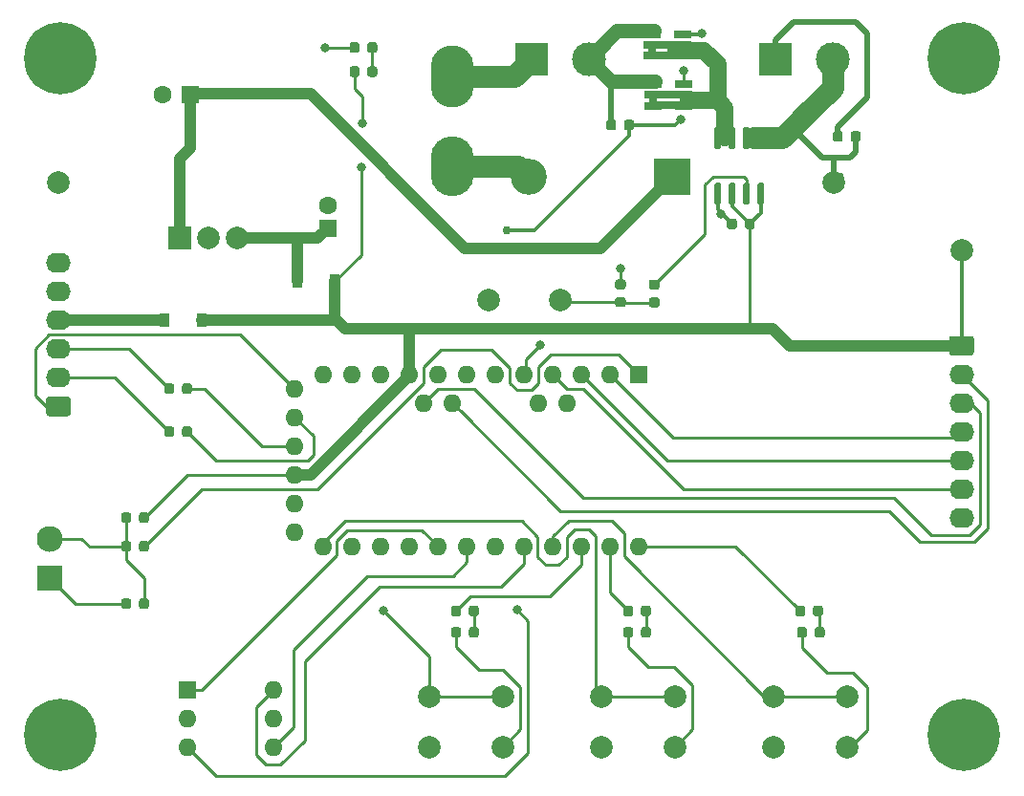
<source format=gbr>
%TF.GenerationSoftware,KiCad,Pcbnew,(5.1.6)-1*%
%TF.CreationDate,2020-09-05T08:23:18-07:00*%
%TF.ProjectId,pulser,70756c73-6572-42e6-9b69-6361645f7063,rev?*%
%TF.SameCoordinates,Original*%
%TF.FileFunction,Copper,L1,Top*%
%TF.FilePolarity,Positive*%
%FSLAX46Y46*%
G04 Gerber Fmt 4.6, Leading zero omitted, Abs format (unit mm)*
G04 Created by KiCad (PCBNEW (5.1.6)-1) date 2020-09-05 08:23:18*
%MOMM*%
%LPD*%
G01*
G04 APERTURE LIST*
%TA.AperFunction,ComponentPad*%
%ADD10O,3.800000X5.500000*%
%TD*%
%TA.AperFunction,ComponentPad*%
%ADD11O,3.800000X5.300000*%
%TD*%
%TA.AperFunction,ComponentPad*%
%ADD12R,3.000000X3.000000*%
%TD*%
%TA.AperFunction,ComponentPad*%
%ADD13C,3.000000*%
%TD*%
%TA.AperFunction,ComponentPad*%
%ADD14R,1.600000X1.600000*%
%TD*%
%TA.AperFunction,ComponentPad*%
%ADD15C,1.600000*%
%TD*%
%TA.AperFunction,ComponentPad*%
%ADD16C,6.400000*%
%TD*%
%TA.AperFunction,ComponentPad*%
%ADD17O,1.600000X1.600000*%
%TD*%
%TA.AperFunction,ComponentPad*%
%ADD18C,2.000000*%
%TD*%
%TA.AperFunction,ComponentPad*%
%ADD19R,2.000000X2.000000*%
%TD*%
%TA.AperFunction,ComponentPad*%
%ADD20O,3.200000X3.200000*%
%TD*%
%TA.AperFunction,ComponentPad*%
%ADD21R,3.200000X3.200000*%
%TD*%
%TA.AperFunction,ComponentPad*%
%ADD22O,2.190000X1.740000*%
%TD*%
%TA.AperFunction,ComponentPad*%
%ADD23C,2.300000*%
%TD*%
%TA.AperFunction,ComponentPad*%
%ADD24R,2.300000X2.300000*%
%TD*%
%TA.AperFunction,SMDPad,CuDef*%
%ADD25R,1.560000X0.650000*%
%TD*%
%TA.AperFunction,SMDPad,CuDef*%
%ADD26R,0.900000X1.200000*%
%TD*%
%TA.AperFunction,ViaPad*%
%ADD27C,0.762000*%
%TD*%
%TA.AperFunction,ViaPad*%
%ADD28C,0.800000*%
%TD*%
%TA.AperFunction,Conductor*%
%ADD29C,0.250000*%
%TD*%
%TA.AperFunction,Conductor*%
%ADD30C,0.228600*%
%TD*%
%TA.AperFunction,Conductor*%
%ADD31C,0.304800*%
%TD*%
%TA.AperFunction,Conductor*%
%ADD32C,1.270000*%
%TD*%
%TA.AperFunction,Conductor*%
%ADD33C,0.508000*%
%TD*%
%TA.AperFunction,Conductor*%
%ADD34C,0.812800*%
%TD*%
%TA.AperFunction,Conductor*%
%ADD35C,1.016000*%
%TD*%
%TA.AperFunction,Conductor*%
%ADD36C,0.711200*%
%TD*%
%TA.AperFunction,Conductor*%
%ADD37C,1.524000*%
%TD*%
%TA.AperFunction,Conductor*%
%ADD38C,1.905000*%
%TD*%
G04 APERTURE END LIST*
D10*
%TO.P,F1,1*%
%TO.N,Net-(F1-Pad1)*%
X99695000Y-86615000D03*
D11*
%TO.P,F1,2*%
%TO.N,Net-(D1-Pad2)*%
X99695000Y-94615000D03*
%TD*%
D12*
%TO.P,J2,1*%
%TO.N,Net-(F1-Pad1)*%
X106680000Y-85090000D03*
D13*
%TO.P,J2,2*%
%TO.N,GND*%
X111760000Y-85090000D03*
%TD*%
D12*
%TO.P,J4,1*%
%TO.N,/+24V*%
X128270000Y-85090000D03*
D13*
%TO.P,J4,2*%
%TO.N,Net-(J4-Pad2)*%
X133350000Y-85090000D03*
%TD*%
%TO.P,R11,2*%
%TO.N,/+24V*%
%TA.AperFunction,SMDPad,CuDef*%
G36*
G01*
X134270000Y-91691750D02*
X134270000Y-92204250D01*
G75*
G02*
X134051250Y-92423000I-218750J0D01*
G01*
X133613750Y-92423000D01*
G75*
G02*
X133395000Y-92204250I0J218750D01*
G01*
X133395000Y-91691750D01*
G75*
G02*
X133613750Y-91473000I218750J0D01*
G01*
X134051250Y-91473000D01*
G75*
G02*
X134270000Y-91691750I0J-218750D01*
G01*
G37*
%TD.AperFunction*%
%TO.P,R11,1*%
%TO.N,Net-(J4-Pad2)*%
%TA.AperFunction,SMDPad,CuDef*%
G36*
G01*
X135845000Y-91691750D02*
X135845000Y-92204250D01*
G75*
G02*
X135626250Y-92423000I-218750J0D01*
G01*
X135188750Y-92423000D01*
G75*
G02*
X134970000Y-92204250I0J218750D01*
G01*
X134970000Y-91691750D01*
G75*
G02*
X135188750Y-91473000I218750J0D01*
G01*
X135626250Y-91473000D01*
G75*
G02*
X135845000Y-91691750I0J-218750D01*
G01*
G37*
%TD.AperFunction*%
%TD*%
D14*
%TO.P,C3,1*%
%TO.N,/REG_5V*%
X88646000Y-100076000D03*
D15*
%TO.P,C3,2*%
%TO.N,GND*%
X88646000Y-98076000D03*
%TD*%
D14*
%TO.P,C2,1*%
%TO.N,/+24V*%
X76530200Y-88239600D03*
D15*
%TO.P,C2,2*%
%TO.N,GND*%
X74030200Y-88239600D03*
%TD*%
D16*
%TO.P,H4,1*%
%TO.N,N/C*%
X65000000Y-85000000D03*
%TD*%
%TO.P,H3,1*%
%TO.N,N/C*%
X145000000Y-85000000D03*
%TD*%
%TO.P,H2,1*%
%TO.N,N/C*%
X145000000Y-145000000D03*
%TD*%
%TO.P,H1,1*%
%TO.N,N/C*%
X65000000Y-145000000D03*
%TD*%
D17*
%TO.P,U2,8B*%
%TO.N,/A5*%
X97155000Y-115570000D03*
%TO.P,U2,7B*%
%TO.N,/A4*%
X99695000Y-115570000D03*
%TO.P,U2,4B*%
%TO.N,N/C*%
X107315000Y-115570000D03*
%TO.P,U2,3B*%
X109855000Y-115570000D03*
%TO.P,U2,16*%
%TO.N,+5V*%
X85725000Y-121920000D03*
%TO.P,U2,15*%
%TO.N,Net-(R4-Pad1)*%
X85725000Y-119380000D03*
%TO.P,U2,30*%
%TO.N,/LED3*%
X116205000Y-128270000D03*
%TO.P,U2,14*%
%TO.N,Net-(R5-Pad1)*%
X85725000Y-116840000D03*
%TO.P,U2,29*%
%TO.N,/LED2*%
X113665000Y-128270000D03*
%TO.P,U2,13*%
%TO.N,Net-(J3-Pad1)*%
X85725000Y-114300000D03*
%TO.P,U2,28*%
%TO.N,/LED1*%
X111125000Y-128270000D03*
%TO.P,U2,12*%
%TO.N,N/C*%
X88265000Y-113030000D03*
%TO.P,U2,27*%
%TO.N,/SW3*%
X108585000Y-128270000D03*
%TO.P,U2,11*%
%TO.N,GND*%
X90805000Y-113030000D03*
%TO.P,U2,26*%
%TO.N,/ROT8*%
X106045000Y-128270000D03*
%TO.P,U2,10*%
%TO.N,N/C*%
X93345000Y-113030000D03*
%TO.P,U2,25*%
%TO.N,/ROT4*%
X103505000Y-128270000D03*
%TO.P,U2,9*%
%TO.N,+5V*%
X95885000Y-113030000D03*
%TO.P,U2,24*%
%TO.N,/ROT2*%
X100965000Y-128270000D03*
%TO.P,U2,8*%
%TO.N,N/C*%
X98425000Y-113030000D03*
%TO.P,U2,23*%
%TO.N,/ROT1*%
X98425000Y-128270000D03*
%TO.P,U2,7*%
%TO.N,/GATE*%
X100965000Y-113030000D03*
%TO.P,U2,22*%
%TO.N,GND*%
X95885000Y-128270000D03*
%TO.P,U2,6*%
%TO.N,N/C*%
X103505000Y-113030000D03*
%TO.P,U2,21*%
X93345000Y-128270000D03*
%TO.P,U2,5*%
%TO.N,/SENSE*%
X106045000Y-113030000D03*
%TO.P,U2,20*%
%TO.N,/SW1*%
X90805000Y-128270000D03*
%TO.P,U2,4*%
%TO.N,/D13*%
X108585000Y-113030000D03*
%TO.P,U2,19*%
%TO.N,/SW2*%
X88265000Y-128270000D03*
%TO.P,U2,3*%
%TO.N,/D12*%
X111125000Y-113030000D03*
%TO.P,U2,18*%
%TO.N,GND*%
X85725000Y-127000000D03*
%TO.P,U2,2*%
%TO.N,/D11*%
X113665000Y-113030000D03*
%TO.P,U2,17*%
%TO.N,GND*%
X85725000Y-124460000D03*
D14*
%TO.P,U2,1*%
%TO.N,/REMOTE*%
X116205000Y-113030000D03*
%TD*%
D18*
%TO.P,U1,3*%
%TO.N,/REG_5V*%
X80645000Y-100965000D03*
%TO.P,U1,2*%
%TO.N,GND*%
X78105000Y-100965000D03*
D19*
%TO.P,U1,1*%
%TO.N,/+24V*%
X75565000Y-100965000D03*
%TD*%
D20*
%TO.P,D1,2*%
%TO.N,Net-(D1-Pad2)*%
X106426000Y-95504000D03*
D21*
%TO.P,D1,1*%
%TO.N,/+24V*%
X119126000Y-95504000D03*
%TD*%
%TO.P,U3,8*%
%TO.N,+5V*%
%TA.AperFunction,SMDPad,CuDef*%
G36*
G01*
X126850000Y-96050000D02*
X127150000Y-96050000D01*
G75*
G02*
X127300000Y-96200000I0J-150000D01*
G01*
X127300000Y-97850000D01*
G75*
G02*
X127150000Y-98000000I-150000J0D01*
G01*
X126850000Y-98000000D01*
G75*
G02*
X126700000Y-97850000I0J150000D01*
G01*
X126700000Y-96200000D01*
G75*
G02*
X126850000Y-96050000I150000J0D01*
G01*
G37*
%TD.AperFunction*%
%TO.P,U3,7*%
%TO.N,Net-(R10-Pad2)*%
%TA.AperFunction,SMDPad,CuDef*%
G36*
G01*
X125580000Y-96050000D02*
X125880000Y-96050000D01*
G75*
G02*
X126030000Y-96200000I0J-150000D01*
G01*
X126030000Y-97850000D01*
G75*
G02*
X125880000Y-98000000I-150000J0D01*
G01*
X125580000Y-98000000D01*
G75*
G02*
X125430000Y-97850000I0J150000D01*
G01*
X125430000Y-96200000D01*
G75*
G02*
X125580000Y-96050000I150000J0D01*
G01*
G37*
%TD.AperFunction*%
%TO.P,U3,6*%
%TO.N,+5V*%
%TA.AperFunction,SMDPad,CuDef*%
G36*
G01*
X124310000Y-96050000D02*
X124610000Y-96050000D01*
G75*
G02*
X124760000Y-96200000I0J-150000D01*
G01*
X124760000Y-97850000D01*
G75*
G02*
X124610000Y-98000000I-150000J0D01*
G01*
X124310000Y-98000000D01*
G75*
G02*
X124160000Y-97850000I0J150000D01*
G01*
X124160000Y-96200000D01*
G75*
G02*
X124310000Y-96050000I150000J0D01*
G01*
G37*
%TD.AperFunction*%
%TO.P,U3,5*%
%TO.N,GND*%
%TA.AperFunction,SMDPad,CuDef*%
G36*
G01*
X123040000Y-96050000D02*
X123340000Y-96050000D01*
G75*
G02*
X123490000Y-96200000I0J-150000D01*
G01*
X123490000Y-97850000D01*
G75*
G02*
X123340000Y-98000000I-150000J0D01*
G01*
X123040000Y-98000000D01*
G75*
G02*
X122890000Y-97850000I0J150000D01*
G01*
X122890000Y-96200000D01*
G75*
G02*
X123040000Y-96050000I150000J0D01*
G01*
G37*
%TD.AperFunction*%
%TO.P,U3,4*%
%TO.N,Net-(Q1-Pad1)*%
%TA.AperFunction,SMDPad,CuDef*%
G36*
G01*
X123040000Y-91100000D02*
X123340000Y-91100000D01*
G75*
G02*
X123490000Y-91250000I0J-150000D01*
G01*
X123490000Y-92900000D01*
G75*
G02*
X123340000Y-93050000I-150000J0D01*
G01*
X123040000Y-93050000D01*
G75*
G02*
X122890000Y-92900000I0J150000D01*
G01*
X122890000Y-91250000D01*
G75*
G02*
X123040000Y-91100000I150000J0D01*
G01*
G37*
%TD.AperFunction*%
%TO.P,U3,3*%
%TA.AperFunction,SMDPad,CuDef*%
G36*
G01*
X124310000Y-91100000D02*
X124610000Y-91100000D01*
G75*
G02*
X124760000Y-91250000I0J-150000D01*
G01*
X124760000Y-92900000D01*
G75*
G02*
X124610000Y-93050000I-150000J0D01*
G01*
X124310000Y-93050000D01*
G75*
G02*
X124160000Y-92900000I0J150000D01*
G01*
X124160000Y-91250000D01*
G75*
G02*
X124310000Y-91100000I150000J0D01*
G01*
G37*
%TD.AperFunction*%
%TO.P,U3,2*%
%TO.N,Net-(J4-Pad2)*%
%TA.AperFunction,SMDPad,CuDef*%
G36*
G01*
X125580000Y-91100000D02*
X125880000Y-91100000D01*
G75*
G02*
X126030000Y-91250000I0J-150000D01*
G01*
X126030000Y-92900000D01*
G75*
G02*
X125880000Y-93050000I-150000J0D01*
G01*
X125580000Y-93050000D01*
G75*
G02*
X125430000Y-92900000I0J150000D01*
G01*
X125430000Y-91250000D01*
G75*
G02*
X125580000Y-91100000I150000J0D01*
G01*
G37*
%TD.AperFunction*%
%TO.P,U3,1*%
%TA.AperFunction,SMDPad,CuDef*%
G36*
G01*
X126850000Y-91100000D02*
X127150000Y-91100000D01*
G75*
G02*
X127300000Y-91250000I0J-150000D01*
G01*
X127300000Y-92900000D01*
G75*
G02*
X127150000Y-93050000I-150000J0D01*
G01*
X126850000Y-93050000D01*
G75*
G02*
X126700000Y-92900000I0J150000D01*
G01*
X126700000Y-91250000D01*
G75*
G02*
X126850000Y-91100000I150000J0D01*
G01*
G37*
%TD.AperFunction*%
%TD*%
D22*
%TO.P,J3,6*%
%TO.N,GND*%
X64810000Y-103160000D03*
%TO.P,J3,5*%
%TO.N,N/C*%
X64810000Y-105700000D03*
%TO.P,J3,4*%
%TO.N,Net-(D3-Pad2)*%
X64810000Y-108240000D03*
%TO.P,J3,3*%
%TO.N,Net-(J3-Pad3)*%
X64810000Y-110780000D03*
%TO.P,J3,2*%
%TO.N,Net-(J3-Pad2)*%
X64810000Y-113320000D03*
%TO.P,J3,1*%
%TO.N,Net-(J3-Pad1)*%
%TA.AperFunction,ComponentPad*%
G36*
G01*
X65655001Y-116730000D02*
X63964999Y-116730000D01*
G75*
G02*
X63715000Y-116480001I0J249999D01*
G01*
X63715000Y-115239999D01*
G75*
G02*
X63964999Y-114990000I249999J0D01*
G01*
X65655001Y-114990000D01*
G75*
G02*
X65905000Y-115239999I0J-249999D01*
G01*
X65905000Y-116480001D01*
G75*
G02*
X65655001Y-116730000I-249999J0D01*
G01*
G37*
%TD.AperFunction*%
%TD*%
D23*
%TO.P,J1,2*%
%TO.N,Net-(C1-Pad2)*%
X64050000Y-127580000D03*
D24*
%TO.P,J1,1*%
%TO.N,GND*%
X64050000Y-131080000D03*
%TD*%
%TO.P,C4,2*%
%TO.N,GND*%
%TA.AperFunction,SMDPad,CuDef*%
G36*
G01*
X124897500Y-99438750D02*
X124897500Y-99951250D01*
G75*
G02*
X124678750Y-100170000I-218750J0D01*
G01*
X124241250Y-100170000D01*
G75*
G02*
X124022500Y-99951250I0J218750D01*
G01*
X124022500Y-99438750D01*
G75*
G02*
X124241250Y-99220000I218750J0D01*
G01*
X124678750Y-99220000D01*
G75*
G02*
X124897500Y-99438750I0J-218750D01*
G01*
G37*
%TD.AperFunction*%
%TO.P,C4,1*%
%TO.N,+5V*%
%TA.AperFunction,SMDPad,CuDef*%
G36*
G01*
X126472500Y-99438750D02*
X126472500Y-99951250D01*
G75*
G02*
X126253750Y-100170000I-218750J0D01*
G01*
X125816250Y-100170000D01*
G75*
G02*
X125597500Y-99951250I0J218750D01*
G01*
X125597500Y-99438750D01*
G75*
G02*
X125816250Y-99220000I218750J0D01*
G01*
X126253750Y-99220000D01*
G75*
G02*
X126472500Y-99438750I0J-218750D01*
G01*
G37*
%TD.AperFunction*%
%TD*%
%TO.P,C1,2*%
%TO.N,Net-(C1-Pad2)*%
%TA.AperFunction,SMDPad,CuDef*%
G36*
G01*
X71952500Y-133606250D02*
X71952500Y-133093750D01*
G75*
G02*
X72171250Y-132875000I218750J0D01*
G01*
X72608750Y-132875000D01*
G75*
G02*
X72827500Y-133093750I0J-218750D01*
G01*
X72827500Y-133606250D01*
G75*
G02*
X72608750Y-133825000I-218750J0D01*
G01*
X72171250Y-133825000D01*
G75*
G02*
X71952500Y-133606250I0J218750D01*
G01*
G37*
%TD.AperFunction*%
%TO.P,C1,1*%
%TO.N,GND*%
%TA.AperFunction,SMDPad,CuDef*%
G36*
G01*
X70377500Y-133606250D02*
X70377500Y-133093750D01*
G75*
G02*
X70596250Y-132875000I218750J0D01*
G01*
X71033750Y-132875000D01*
G75*
G02*
X71252500Y-133093750I0J-218750D01*
G01*
X71252500Y-133606250D01*
G75*
G02*
X71033750Y-133825000I-218750J0D01*
G01*
X70596250Y-133825000D01*
G75*
G02*
X70377500Y-133606250I0J218750D01*
G01*
G37*
%TD.AperFunction*%
%TD*%
D22*
%TO.P,J5,7*%
%TO.N,GND*%
X144780000Y-125730000D03*
%TO.P,J5,6*%
%TO.N,/D13*%
X144780000Y-123190000D03*
%TO.P,J5,5*%
%TO.N,/D12*%
X144780000Y-120650000D03*
%TO.P,J5,4*%
%TO.N,/D11*%
X144780000Y-118110000D03*
%TO.P,J5,3*%
%TO.N,/A5*%
X144780000Y-115570000D03*
%TO.P,J5,2*%
%TO.N,/A4*%
X144780000Y-113030000D03*
%TO.P,J5,1*%
%TO.N,+5V*%
%TA.AperFunction,ComponentPad*%
G36*
G01*
X143934999Y-109620000D02*
X145625001Y-109620000D01*
G75*
G02*
X145875000Y-109869999I0J-249999D01*
G01*
X145875000Y-111110001D01*
G75*
G02*
X145625001Y-111360000I-249999J0D01*
G01*
X143934999Y-111360000D01*
G75*
G02*
X143685000Y-111110001I0J249999D01*
G01*
X143685000Y-109869999D01*
G75*
G02*
X143934999Y-109620000I249999J0D01*
G01*
G37*
%TD.AperFunction*%
%TD*%
D18*
%TO.P,SW3,1*%
%TO.N,GND*%
X128120000Y-146050000D03*
%TO.P,SW3,2*%
%TO.N,/SW3*%
X128120000Y-141550000D03*
%TO.P,SW3,1*%
%TO.N,GND*%
X134620000Y-146050000D03*
%TO.P,SW3,2*%
%TO.N,/SW3*%
X134620000Y-141550000D03*
%TD*%
%TO.P,SW2,1*%
%TO.N,GND*%
X112880000Y-146050000D03*
%TO.P,SW2,2*%
%TO.N,/SW2*%
X112880000Y-141550000D03*
%TO.P,SW2,1*%
%TO.N,GND*%
X119380000Y-146050000D03*
%TO.P,SW2,2*%
%TO.N,/SW2*%
X119380000Y-141550000D03*
%TD*%
%TO.P,SW1,1*%
%TO.N,GND*%
X97640000Y-146050000D03*
%TO.P,SW1,2*%
%TO.N,/SW1*%
X97640000Y-141550000D03*
%TO.P,SW1,1*%
%TO.N,GND*%
X104140000Y-146050000D03*
%TO.P,SW1,2*%
%TO.N,/SW1*%
X104140000Y-141550000D03*
%TD*%
D17*
%TO.P,SW4,2*%
%TO.N,/ROT2*%
X83820000Y-146050000D03*
%TO.P,SW4,C*%
%TO.N,GND*%
X83820000Y-143510000D03*
%TO.P,SW4,8*%
%TO.N,/ROT8*%
X83820000Y-140970000D03*
%TO.P,SW4,4*%
%TO.N,/ROT4*%
X76200000Y-146050000D03*
%TO.P,SW4,C*%
%TO.N,GND*%
X76200000Y-143510000D03*
D14*
%TO.P,SW4,1*%
%TO.N,/ROT1*%
X76200000Y-140970000D03*
%TD*%
%TO.P,R10,2*%
%TO.N,Net-(R10-Pad2)*%
%TA.AperFunction,SMDPad,CuDef*%
G36*
G01*
X117832850Y-105517300D02*
X117320350Y-105517300D01*
G75*
G02*
X117101600Y-105298550I0J218750D01*
G01*
X117101600Y-104861050D01*
G75*
G02*
X117320350Y-104642300I218750J0D01*
G01*
X117832850Y-104642300D01*
G75*
G02*
X118051600Y-104861050I0J-218750D01*
G01*
X118051600Y-105298550D01*
G75*
G02*
X117832850Y-105517300I-218750J0D01*
G01*
G37*
%TD.AperFunction*%
%TO.P,R10,1*%
%TO.N,/SENSE*%
%TA.AperFunction,SMDPad,CuDef*%
G36*
G01*
X117832850Y-107092300D02*
X117320350Y-107092300D01*
G75*
G02*
X117101600Y-106873550I0J218750D01*
G01*
X117101600Y-106436050D01*
G75*
G02*
X117320350Y-106217300I218750J0D01*
G01*
X117832850Y-106217300D01*
G75*
G02*
X118051600Y-106436050I0J-218750D01*
G01*
X118051600Y-106873550D01*
G75*
G02*
X117832850Y-107092300I-218750J0D01*
G01*
G37*
%TD.AperFunction*%
%TD*%
%TO.P,R9,2*%
%TO.N,/GATE*%
%TA.AperFunction,SMDPad,CuDef*%
G36*
G01*
X114904000Y-91188250D02*
X114904000Y-90675750D01*
G75*
G02*
X115122750Y-90457000I218750J0D01*
G01*
X115560250Y-90457000D01*
G75*
G02*
X115779000Y-90675750I0J-218750D01*
G01*
X115779000Y-91188250D01*
G75*
G02*
X115560250Y-91407000I-218750J0D01*
G01*
X115122750Y-91407000D01*
G75*
G02*
X114904000Y-91188250I0J218750D01*
G01*
G37*
%TD.AperFunction*%
%TO.P,R9,1*%
%TO.N,GND*%
%TA.AperFunction,SMDPad,CuDef*%
G36*
G01*
X113329000Y-91188250D02*
X113329000Y-90675750D01*
G75*
G02*
X113547750Y-90457000I218750J0D01*
G01*
X113985250Y-90457000D01*
G75*
G02*
X114204000Y-90675750I0J-218750D01*
G01*
X114204000Y-91188250D01*
G75*
G02*
X113985250Y-91407000I-218750J0D01*
G01*
X113547750Y-91407000D01*
G75*
G02*
X113329000Y-91188250I0J218750D01*
G01*
G37*
%TD.AperFunction*%
%TD*%
%TO.P,R8,2*%
%TO.N,Net-(D7-Pad2)*%
%TA.AperFunction,SMDPad,CuDef*%
G36*
G01*
X92171000Y-86463850D02*
X92171000Y-85951350D01*
G75*
G02*
X92389750Y-85732600I218750J0D01*
G01*
X92827250Y-85732600D01*
G75*
G02*
X93046000Y-85951350I0J-218750D01*
G01*
X93046000Y-86463850D01*
G75*
G02*
X92827250Y-86682600I-218750J0D01*
G01*
X92389750Y-86682600D01*
G75*
G02*
X92171000Y-86463850I0J218750D01*
G01*
G37*
%TD.AperFunction*%
%TO.P,R8,1*%
%TO.N,+5V*%
%TA.AperFunction,SMDPad,CuDef*%
G36*
G01*
X90596000Y-86463850D02*
X90596000Y-85951350D01*
G75*
G02*
X90814750Y-85732600I218750J0D01*
G01*
X91252250Y-85732600D01*
G75*
G02*
X91471000Y-85951350I0J-218750D01*
G01*
X91471000Y-86463850D01*
G75*
G02*
X91252250Y-86682600I-218750J0D01*
G01*
X90814750Y-86682600D01*
G75*
G02*
X90596000Y-86463850I0J218750D01*
G01*
G37*
%TD.AperFunction*%
%TD*%
D25*
%TO.P,Q2,5*%
%TO.N,Net-(Q1-Pad1)*%
X117475000Y-88265000D03*
%TO.P,Q2,6*%
X117475000Y-89215000D03*
%TO.P,Q2,4*%
%TO.N,GND*%
X117475000Y-87315000D03*
%TO.P,Q2,3*%
%TO.N,/GATE*%
X120175000Y-87315000D03*
%TO.P,Q2,2*%
%TO.N,Net-(Q1-Pad1)*%
X120175000Y-88265000D03*
%TO.P,Q2,1*%
X120175000Y-89215000D03*
%TD*%
%TO.P,D7,2*%
%TO.N,Net-(D7-Pad2)*%
%TA.AperFunction,SMDPad,CuDef*%
G36*
G01*
X92171000Y-84330250D02*
X92171000Y-83817750D01*
G75*
G02*
X92389750Y-83599000I218750J0D01*
G01*
X92827250Y-83599000D01*
G75*
G02*
X93046000Y-83817750I0J-218750D01*
G01*
X93046000Y-84330250D01*
G75*
G02*
X92827250Y-84549000I-218750J0D01*
G01*
X92389750Y-84549000D01*
G75*
G02*
X92171000Y-84330250I0J218750D01*
G01*
G37*
%TD.AperFunction*%
%TO.P,D7,1*%
%TO.N,GND*%
%TA.AperFunction,SMDPad,CuDef*%
G36*
G01*
X90596000Y-84330250D02*
X90596000Y-83817750D01*
G75*
G02*
X90814750Y-83599000I218750J0D01*
G01*
X91252250Y-83599000D01*
G75*
G02*
X91471000Y-83817750I0J-218750D01*
G01*
X91471000Y-84330250D01*
G75*
G02*
X91252250Y-84549000I-218750J0D01*
G01*
X90814750Y-84549000D01*
G75*
G02*
X90596000Y-84330250I0J218750D01*
G01*
G37*
%TD.AperFunction*%
%TD*%
D18*
%TO.P,TP5,1*%
%TO.N,Net-(J4-Pad2)*%
X133477000Y-96012000D03*
%TD*%
D25*
%TO.P,Q1,5*%
%TO.N,Net-(Q1-Pad1)*%
X117395000Y-83820000D03*
%TO.P,Q1,6*%
X117395000Y-84770000D03*
%TO.P,Q1,4*%
%TO.N,GND*%
X117395000Y-82870000D03*
%TO.P,Q1,3*%
%TO.N,/GATE*%
X120095000Y-82870000D03*
%TO.P,Q1,2*%
%TO.N,Net-(Q1-Pad1)*%
X120095000Y-83820000D03*
%TO.P,Q1,1*%
X120095000Y-84770000D03*
%TD*%
D18*
%TO.P,TP4,1*%
%TO.N,/GATE*%
X102870000Y-106426000D03*
%TD*%
%TO.P,TP2,1*%
%TO.N,+5V*%
X144856200Y-102031800D03*
%TD*%
%TO.P,TP1,1*%
%TO.N,GND*%
X64770000Y-96012000D03*
%TD*%
%TO.P,R6,2*%
%TO.N,Net-(D4-Pad2)*%
%TA.AperFunction,SMDPad,CuDef*%
G36*
G01*
X116402500Y-134241250D02*
X116402500Y-133728750D01*
G75*
G02*
X116621250Y-133510000I218750J0D01*
G01*
X117058750Y-133510000D01*
G75*
G02*
X117277500Y-133728750I0J-218750D01*
G01*
X117277500Y-134241250D01*
G75*
G02*
X117058750Y-134460000I-218750J0D01*
G01*
X116621250Y-134460000D01*
G75*
G02*
X116402500Y-134241250I0J218750D01*
G01*
G37*
%TD.AperFunction*%
%TO.P,R6,1*%
%TO.N,/LED2*%
%TA.AperFunction,SMDPad,CuDef*%
G36*
G01*
X114827500Y-134241250D02*
X114827500Y-133728750D01*
G75*
G02*
X115046250Y-133510000I218750J0D01*
G01*
X115483750Y-133510000D01*
G75*
G02*
X115702500Y-133728750I0J-218750D01*
G01*
X115702500Y-134241250D01*
G75*
G02*
X115483750Y-134460000I-218750J0D01*
G01*
X115046250Y-134460000D01*
G75*
G02*
X114827500Y-134241250I0J218750D01*
G01*
G37*
%TD.AperFunction*%
%TD*%
%TO.P,R4,2*%
%TO.N,Net-(J3-Pad3)*%
%TA.AperFunction,SMDPad,CuDef*%
G36*
G01*
X75062500Y-114043750D02*
X75062500Y-114556250D01*
G75*
G02*
X74843750Y-114775000I-218750J0D01*
G01*
X74406250Y-114775000D01*
G75*
G02*
X74187500Y-114556250I0J218750D01*
G01*
X74187500Y-114043750D01*
G75*
G02*
X74406250Y-113825000I218750J0D01*
G01*
X74843750Y-113825000D01*
G75*
G02*
X75062500Y-114043750I0J-218750D01*
G01*
G37*
%TD.AperFunction*%
%TO.P,R4,1*%
%TO.N,Net-(R4-Pad1)*%
%TA.AperFunction,SMDPad,CuDef*%
G36*
G01*
X76637500Y-114043750D02*
X76637500Y-114556250D01*
G75*
G02*
X76418750Y-114775000I-218750J0D01*
G01*
X75981250Y-114775000D01*
G75*
G02*
X75762500Y-114556250I0J218750D01*
G01*
X75762500Y-114043750D01*
G75*
G02*
X75981250Y-113825000I218750J0D01*
G01*
X76418750Y-113825000D01*
G75*
G02*
X76637500Y-114043750I0J-218750D01*
G01*
G37*
%TD.AperFunction*%
%TD*%
%TO.P,R2,2*%
%TO.N,/REMOTE*%
%TA.AperFunction,SMDPad,CuDef*%
G36*
G01*
X71952500Y-128526250D02*
X71952500Y-128013750D01*
G75*
G02*
X72171250Y-127795000I218750J0D01*
G01*
X72608750Y-127795000D01*
G75*
G02*
X72827500Y-128013750I0J-218750D01*
G01*
X72827500Y-128526250D01*
G75*
G02*
X72608750Y-128745000I-218750J0D01*
G01*
X72171250Y-128745000D01*
G75*
G02*
X71952500Y-128526250I0J218750D01*
G01*
G37*
%TD.AperFunction*%
%TO.P,R2,1*%
%TO.N,Net-(C1-Pad2)*%
%TA.AperFunction,SMDPad,CuDef*%
G36*
G01*
X70377500Y-128526250D02*
X70377500Y-128013750D01*
G75*
G02*
X70596250Y-127795000I218750J0D01*
G01*
X71033750Y-127795000D01*
G75*
G02*
X71252500Y-128013750I0J-218750D01*
G01*
X71252500Y-128526250D01*
G75*
G02*
X71033750Y-128745000I-218750J0D01*
G01*
X70596250Y-128745000D01*
G75*
G02*
X70377500Y-128526250I0J218750D01*
G01*
G37*
%TD.AperFunction*%
%TD*%
%TO.P,R7,2*%
%TO.N,Net-(D6-Pad2)*%
%TA.AperFunction,SMDPad,CuDef*%
G36*
G01*
X131642500Y-134241250D02*
X131642500Y-133728750D01*
G75*
G02*
X131861250Y-133510000I218750J0D01*
G01*
X132298750Y-133510000D01*
G75*
G02*
X132517500Y-133728750I0J-218750D01*
G01*
X132517500Y-134241250D01*
G75*
G02*
X132298750Y-134460000I-218750J0D01*
G01*
X131861250Y-134460000D01*
G75*
G02*
X131642500Y-134241250I0J218750D01*
G01*
G37*
%TD.AperFunction*%
%TO.P,R7,1*%
%TO.N,/LED3*%
%TA.AperFunction,SMDPad,CuDef*%
G36*
G01*
X130067500Y-134241250D02*
X130067500Y-133728750D01*
G75*
G02*
X130286250Y-133510000I218750J0D01*
G01*
X130723750Y-133510000D01*
G75*
G02*
X130942500Y-133728750I0J-218750D01*
G01*
X130942500Y-134241250D01*
G75*
G02*
X130723750Y-134460000I-218750J0D01*
G01*
X130286250Y-134460000D01*
G75*
G02*
X130067500Y-134241250I0J218750D01*
G01*
G37*
%TD.AperFunction*%
%TD*%
%TO.P,R1,2*%
%TO.N,+5V*%
%TA.AperFunction,SMDPad,CuDef*%
G36*
G01*
X71952500Y-125986250D02*
X71952500Y-125473750D01*
G75*
G02*
X72171250Y-125255000I218750J0D01*
G01*
X72608750Y-125255000D01*
G75*
G02*
X72827500Y-125473750I0J-218750D01*
G01*
X72827500Y-125986250D01*
G75*
G02*
X72608750Y-126205000I-218750J0D01*
G01*
X72171250Y-126205000D01*
G75*
G02*
X71952500Y-125986250I0J218750D01*
G01*
G37*
%TD.AperFunction*%
%TO.P,R1,1*%
%TO.N,Net-(C1-Pad2)*%
%TA.AperFunction,SMDPad,CuDef*%
G36*
G01*
X70377500Y-125986250D02*
X70377500Y-125473750D01*
G75*
G02*
X70596250Y-125255000I218750J0D01*
G01*
X71033750Y-125255000D01*
G75*
G02*
X71252500Y-125473750I0J-218750D01*
G01*
X71252500Y-125986250D01*
G75*
G02*
X71033750Y-126205000I-218750J0D01*
G01*
X70596250Y-126205000D01*
G75*
G02*
X70377500Y-125986250I0J218750D01*
G01*
G37*
%TD.AperFunction*%
%TD*%
%TO.P,R5,2*%
%TO.N,Net-(J3-Pad2)*%
%TA.AperFunction,SMDPad,CuDef*%
G36*
G01*
X75062500Y-117853750D02*
X75062500Y-118366250D01*
G75*
G02*
X74843750Y-118585000I-218750J0D01*
G01*
X74406250Y-118585000D01*
G75*
G02*
X74187500Y-118366250I0J218750D01*
G01*
X74187500Y-117853750D01*
G75*
G02*
X74406250Y-117635000I218750J0D01*
G01*
X74843750Y-117635000D01*
G75*
G02*
X75062500Y-117853750I0J-218750D01*
G01*
G37*
%TD.AperFunction*%
%TO.P,R5,1*%
%TO.N,Net-(R5-Pad1)*%
%TA.AperFunction,SMDPad,CuDef*%
G36*
G01*
X76637500Y-117853750D02*
X76637500Y-118366250D01*
G75*
G02*
X76418750Y-118585000I-218750J0D01*
G01*
X75981250Y-118585000D01*
G75*
G02*
X75762500Y-118366250I0J218750D01*
G01*
X75762500Y-117853750D01*
G75*
G02*
X75981250Y-117635000I218750J0D01*
G01*
X76418750Y-117635000D01*
G75*
G02*
X76637500Y-117853750I0J-218750D01*
G01*
G37*
%TD.AperFunction*%
%TD*%
%TO.P,D6,2*%
%TO.N,Net-(D6-Pad2)*%
%TA.AperFunction,SMDPad,CuDef*%
G36*
G01*
X131795000Y-136146250D02*
X131795000Y-135633750D01*
G75*
G02*
X132013750Y-135415000I218750J0D01*
G01*
X132451250Y-135415000D01*
G75*
G02*
X132670000Y-135633750I0J-218750D01*
G01*
X132670000Y-136146250D01*
G75*
G02*
X132451250Y-136365000I-218750J0D01*
G01*
X132013750Y-136365000D01*
G75*
G02*
X131795000Y-136146250I0J218750D01*
G01*
G37*
%TD.AperFunction*%
%TO.P,D6,1*%
%TO.N,GND*%
%TA.AperFunction,SMDPad,CuDef*%
G36*
G01*
X130220000Y-136146250D02*
X130220000Y-135633750D01*
G75*
G02*
X130438750Y-135415000I218750J0D01*
G01*
X130876250Y-135415000D01*
G75*
G02*
X131095000Y-135633750I0J-218750D01*
G01*
X131095000Y-136146250D01*
G75*
G02*
X130876250Y-136365000I-218750J0D01*
G01*
X130438750Y-136365000D01*
G75*
G02*
X130220000Y-136146250I0J218750D01*
G01*
G37*
%TD.AperFunction*%
%TD*%
%TO.P,D4,2*%
%TO.N,Net-(D4-Pad2)*%
%TA.AperFunction,SMDPad,CuDef*%
G36*
G01*
X116402500Y-136146250D02*
X116402500Y-135633750D01*
G75*
G02*
X116621250Y-135415000I218750J0D01*
G01*
X117058750Y-135415000D01*
G75*
G02*
X117277500Y-135633750I0J-218750D01*
G01*
X117277500Y-136146250D01*
G75*
G02*
X117058750Y-136365000I-218750J0D01*
G01*
X116621250Y-136365000D01*
G75*
G02*
X116402500Y-136146250I0J218750D01*
G01*
G37*
%TD.AperFunction*%
%TO.P,D4,1*%
%TO.N,GND*%
%TA.AperFunction,SMDPad,CuDef*%
G36*
G01*
X114827500Y-136146250D02*
X114827500Y-135633750D01*
G75*
G02*
X115046250Y-135415000I218750J0D01*
G01*
X115483750Y-135415000D01*
G75*
G02*
X115702500Y-135633750I0J-218750D01*
G01*
X115702500Y-136146250D01*
G75*
G02*
X115483750Y-136365000I-218750J0D01*
G01*
X115046250Y-136365000D01*
G75*
G02*
X114827500Y-136146250I0J218750D01*
G01*
G37*
%TD.AperFunction*%
%TD*%
%TO.P,D2,2*%
%TO.N,Net-(D2-Pad2)*%
%TA.AperFunction,SMDPad,CuDef*%
G36*
G01*
X101162500Y-136146250D02*
X101162500Y-135633750D01*
G75*
G02*
X101381250Y-135415000I218750J0D01*
G01*
X101818750Y-135415000D01*
G75*
G02*
X102037500Y-135633750I0J-218750D01*
G01*
X102037500Y-136146250D01*
G75*
G02*
X101818750Y-136365000I-218750J0D01*
G01*
X101381250Y-136365000D01*
G75*
G02*
X101162500Y-136146250I0J218750D01*
G01*
G37*
%TD.AperFunction*%
%TO.P,D2,1*%
%TO.N,GND*%
%TA.AperFunction,SMDPad,CuDef*%
G36*
G01*
X99587500Y-136146250D02*
X99587500Y-135633750D01*
G75*
G02*
X99806250Y-135415000I218750J0D01*
G01*
X100243750Y-135415000D01*
G75*
G02*
X100462500Y-135633750I0J-218750D01*
G01*
X100462500Y-136146250D01*
G75*
G02*
X100243750Y-136365000I-218750J0D01*
G01*
X99806250Y-136365000D01*
G75*
G02*
X99587500Y-136146250I0J218750D01*
G01*
G37*
%TD.AperFunction*%
%TD*%
%TO.P,C5,2*%
%TO.N,GND*%
%TA.AperFunction,SMDPad,CuDef*%
G36*
G01*
X114835650Y-105491800D02*
X114323150Y-105491800D01*
G75*
G02*
X114104400Y-105273050I0J218750D01*
G01*
X114104400Y-104835550D01*
G75*
G02*
X114323150Y-104616800I218750J0D01*
G01*
X114835650Y-104616800D01*
G75*
G02*
X115054400Y-104835550I0J-218750D01*
G01*
X115054400Y-105273050D01*
G75*
G02*
X114835650Y-105491800I-218750J0D01*
G01*
G37*
%TD.AperFunction*%
%TO.P,C5,1*%
%TO.N,/SENSE*%
%TA.AperFunction,SMDPad,CuDef*%
G36*
G01*
X114835650Y-107066800D02*
X114323150Y-107066800D01*
G75*
G02*
X114104400Y-106848050I0J218750D01*
G01*
X114104400Y-106410550D01*
G75*
G02*
X114323150Y-106191800I218750J0D01*
G01*
X114835650Y-106191800D01*
G75*
G02*
X115054400Y-106410550I0J-218750D01*
G01*
X115054400Y-106848050D01*
G75*
G02*
X114835650Y-107066800I-218750J0D01*
G01*
G37*
%TD.AperFunction*%
%TD*%
D26*
%TO.P,D5,2*%
%TO.N,/REG_5V*%
X85980000Y-104775000D03*
%TO.P,D5,1*%
%TO.N,+5V*%
X89280000Y-104775000D03*
%TD*%
%TO.P,D3,2*%
%TO.N,Net-(D3-Pad2)*%
X74170000Y-108204000D03*
%TO.P,D3,1*%
%TO.N,+5V*%
X77470000Y-108204000D03*
%TD*%
D18*
%TO.P,TP3,1*%
%TO.N,/SENSE*%
X109220000Y-106426000D03*
%TD*%
%TO.P,R3,2*%
%TO.N,Net-(D2-Pad2)*%
%TA.AperFunction,SMDPad,CuDef*%
G36*
G01*
X101162500Y-134241250D02*
X101162500Y-133728750D01*
G75*
G02*
X101381250Y-133510000I218750J0D01*
G01*
X101818750Y-133510000D01*
G75*
G02*
X102037500Y-133728750I0J-218750D01*
G01*
X102037500Y-134241250D01*
G75*
G02*
X101818750Y-134460000I-218750J0D01*
G01*
X101381250Y-134460000D01*
G75*
G02*
X101162500Y-134241250I0J218750D01*
G01*
G37*
%TD.AperFunction*%
%TO.P,R3,1*%
%TO.N,/LED1*%
%TA.AperFunction,SMDPad,CuDef*%
G36*
G01*
X99587500Y-134241250D02*
X99587500Y-133728750D01*
G75*
G02*
X99806250Y-133510000I218750J0D01*
G01*
X100243750Y-133510000D01*
G75*
G02*
X100462500Y-133728750I0J-218750D01*
G01*
X100462500Y-134241250D01*
G75*
G02*
X100243750Y-134460000I-218750J0D01*
G01*
X99806250Y-134460000D01*
G75*
G02*
X99587500Y-134241250I0J218750D01*
G01*
G37*
%TD.AperFunction*%
%TD*%
D27*
%TO.N,/GATE*%
X104546400Y-100279200D03*
D28*
X121792998Y-82804000D03*
X120142003Y-86105997D03*
X119887996Y-90424000D03*
%TO.N,GND*%
X88392000Y-84074000D03*
X114630200Y-103632000D03*
X123444000Y-98806000D03*
%TO.N,+5V*%
X91617800Y-94640400D03*
X91694000Y-90805002D03*
%TO.N,/SENSE*%
X107467400Y-110413800D03*
%TO.N,/ROT4*%
X105410000Y-133858000D03*
%TO.N,/SW1*%
X93599000Y-133985000D03*
%TD*%
D29*
%TO.N,/GATE*%
X120095000Y-82870000D02*
X120095000Y-82630000D01*
X120095000Y-82870000D02*
X119700000Y-82870000D01*
X120175000Y-87315000D02*
X119700000Y-87315000D01*
D30*
X120095000Y-82870000D02*
X119827000Y-82870000D01*
X120175000Y-87315000D02*
X119827000Y-87315000D01*
D31*
X115341500Y-91877115D02*
X106939415Y-100279200D01*
X106939415Y-100279200D02*
X104546400Y-100279200D01*
X115341500Y-90932000D02*
X115341500Y-91877115D01*
X119827000Y-82870000D02*
X121726998Y-82870000D01*
X121726998Y-82870000D02*
X121792998Y-82804000D01*
D30*
X120175000Y-87315000D02*
X120175000Y-86138994D01*
X120175000Y-86138994D02*
X120142003Y-86105997D01*
D31*
X115341500Y-90932000D02*
X119379996Y-90932000D01*
X119379996Y-90932000D02*
X119887996Y-90424000D01*
D32*
%TO.N,GND*%
X114274600Y-82575400D02*
X111760000Y-85090000D01*
X117576600Y-82575400D02*
X114274600Y-82575400D01*
X113715800Y-87045800D02*
X111760000Y-85090000D01*
X117678200Y-87045800D02*
X113715800Y-87045800D01*
D31*
X123190000Y-98425000D02*
X124396500Y-99631500D01*
X123190000Y-97025000D02*
X123190000Y-98425000D01*
D30*
X66320000Y-133350000D02*
X64050000Y-131080000D01*
X70815000Y-133350000D02*
X66320000Y-133350000D01*
D31*
X124396500Y-99631500D02*
X124460000Y-99695000D01*
D30*
X123187000Y-97028000D02*
X123190000Y-97025000D01*
X113741000Y-87071000D02*
X113715800Y-87045800D01*
X120954800Y-144475200D02*
X119380000Y-146050000D01*
X120954800Y-140563600D02*
X120954800Y-144475200D01*
X119354600Y-138963400D02*
X120954800Y-140563600D01*
X115265000Y-137160000D02*
X117068400Y-138963400D01*
X117068400Y-138963400D02*
X119354600Y-138963400D01*
X136398000Y-144526000D02*
X134874000Y-146050000D01*
X130657500Y-137160000D02*
X130657500Y-137261500D01*
X130657500Y-137261500D02*
X132842000Y-139446000D01*
X132842000Y-139446000D02*
X135128000Y-139446000D01*
X134874000Y-146050000D02*
X134620000Y-146050000D01*
X135128000Y-139446000D02*
X136398000Y-140716000D01*
X136398000Y-140716000D02*
X136398000Y-144526000D01*
D33*
X113741000Y-90906500D02*
X113741000Y-87071000D01*
X113766500Y-90932000D02*
X113741000Y-90906500D01*
D30*
X105740200Y-144449800D02*
X104140000Y-146050000D01*
X105740200Y-140741400D02*
X105740200Y-144449800D01*
X104190800Y-139192000D02*
X105740200Y-140741400D01*
X100025000Y-137160000D02*
X102057000Y-139192000D01*
X102057000Y-139192000D02*
X104190800Y-139192000D01*
X100025000Y-137160000D02*
X100025000Y-135890000D01*
X115265000Y-137160000D02*
X115265000Y-135890000D01*
X130657500Y-137261500D02*
X130657500Y-135890000D01*
X91033500Y-84074000D02*
X88392000Y-84074000D01*
X114630200Y-105003500D02*
X114579400Y-105054300D01*
X114630200Y-103632000D02*
X114630200Y-105003500D01*
D31*
%TO.N,+5V*%
X127000000Y-98730000D02*
X126035000Y-99695000D01*
X127000000Y-97025000D02*
X127000000Y-98730000D01*
X124460000Y-98120000D02*
X126035000Y-99695000D01*
X124460000Y-97025000D02*
X124460000Y-98120000D01*
D34*
X89280000Y-108076000D02*
X89408000Y-108204000D01*
D35*
X89280000Y-104775000D02*
X89280000Y-108076000D01*
X77470000Y-108204000D02*
X89408000Y-108204000D01*
D30*
X76200000Y-121920000D02*
X72390000Y-125730000D01*
X85725000Y-121920000D02*
X76200000Y-121920000D01*
D35*
X95885000Y-113157000D02*
X95885000Y-113030000D01*
X85725000Y-121920000D02*
X87122000Y-121920000D01*
X87122000Y-121920000D02*
X95885000Y-113157000D01*
X129540000Y-110490000D02*
X128117600Y-109067600D01*
X90195400Y-108991400D02*
X89280000Y-108076000D01*
X128117600Y-109067600D02*
X128041400Y-108991400D01*
X128041400Y-108991400D02*
X125501400Y-108991400D01*
X144780000Y-110490000D02*
X136042400Y-110490000D01*
X136042400Y-110490000D02*
X129540000Y-110490000D01*
D30*
X126035000Y-108457800D02*
X125501400Y-108991400D01*
X126035000Y-99695000D02*
X126035000Y-108457800D01*
D35*
X95885000Y-113030000D02*
X95885000Y-109448600D01*
X125501400Y-108991400D02*
X95427800Y-108991400D01*
X95427800Y-108991400D02*
X90195400Y-108991400D01*
D31*
X144856200Y-110413800D02*
X144780000Y-110490000D01*
X144856200Y-102031800D02*
X144856200Y-110413800D01*
D30*
X89280000Y-104775000D02*
X91617800Y-102437200D01*
X91617800Y-102437200D02*
X91617800Y-94640400D01*
X91694000Y-90805002D02*
X91694000Y-88392000D01*
X91033500Y-87731500D02*
X91033500Y-86207600D01*
X91694000Y-88392000D02*
X91033500Y-87731500D01*
D36*
%TO.N,Net-(Q1-Pad1)*%
X117475000Y-88265000D02*
X120175000Y-88265000D01*
X117395000Y-83820000D02*
X120095000Y-83820000D01*
X117395000Y-84770000D02*
X120095000Y-84770000D01*
X120175000Y-88265000D02*
X120175000Y-89215000D01*
X117475000Y-88265000D02*
X117475000Y-89215000D01*
X117395000Y-83820000D02*
X117395000Y-84770000D01*
X120095000Y-83820000D02*
X120095000Y-84770000D01*
D37*
X123190000Y-85561000D02*
X121957000Y-84328000D01*
X121957000Y-84328000D02*
X119507000Y-84328000D01*
X123190000Y-88773000D02*
X120904000Y-88773000D01*
X123190000Y-88773000D02*
X123190000Y-85561000D01*
X123190000Y-88773000D02*
X123825000Y-89408000D01*
X123825000Y-89408000D02*
X123825000Y-92075000D01*
D30*
X120617000Y-88773000D02*
X120175000Y-89215000D01*
X120904000Y-88773000D02*
X120617000Y-88773000D01*
D36*
X117475000Y-89215000D02*
X117505590Y-89184410D01*
X120144410Y-89184410D02*
X120175000Y-89215000D01*
X117505590Y-89184410D02*
X120144410Y-89184410D01*
D34*
%TO.N,Net-(D3-Pad2)*%
X74134000Y-108240000D02*
X74170000Y-108204000D01*
D35*
X64810000Y-108240000D02*
X74134000Y-108240000D01*
D30*
%TO.N,/SENSE*%
X109474000Y-106680000D02*
X109220000Y-106426000D01*
X106172000Y-111709200D02*
X107467400Y-110413800D01*
X106172000Y-113030000D02*
X106172000Y-111709200D01*
X114604900Y-106654800D02*
X114579400Y-106629300D01*
X117576600Y-106654800D02*
X114604900Y-106654800D01*
X109423300Y-106629300D02*
X109220000Y-106426000D01*
X114579400Y-106629300D02*
X109423300Y-106629300D01*
%TO.N,Net-(D2-Pad2)*%
X101600000Y-135890000D02*
X101600000Y-133985000D01*
%TO.N,Net-(D4-Pad2)*%
X116840000Y-135890000D02*
X116840000Y-133985000D01*
%TO.N,Net-(D6-Pad2)*%
X132232500Y-134137500D02*
X132080000Y-133985000D01*
X132232500Y-135890000D02*
X132232500Y-134137500D01*
D38*
%TO.N,Net-(D1-Pad2)*%
X105537000Y-94615000D02*
X106426000Y-95504000D01*
X99695000Y-94615000D02*
X105537000Y-94615000D01*
D29*
%TO.N,Net-(F1-Pad1)*%
X100330000Y-85090000D02*
X99060000Y-86360000D01*
D38*
X105155000Y-86615000D02*
X106680000Y-85090000D01*
X99695000Y-86615000D02*
X105155000Y-86615000D01*
D30*
%TO.N,Net-(D7-Pad2)*%
X92633800Y-86182300D02*
X92608500Y-86207600D01*
X92608500Y-84074000D02*
X92608500Y-86207600D01*
%TO.N,/LED1*%
X111125000Y-129921000D02*
X111125000Y-128270000D01*
X108356400Y-132689600D02*
X111125000Y-129921000D01*
X100025000Y-133985000D02*
X101320400Y-132689600D01*
X101320400Y-132689600D02*
X108356400Y-132689600D01*
%TO.N,/LED2*%
X113665000Y-132385000D02*
X115265000Y-133985000D01*
X113665000Y-128270000D02*
X113665000Y-132385000D01*
%TO.N,/LED3*%
X124790000Y-128270000D02*
X130505000Y-133985000D01*
X116205000Y-128270000D02*
X124790000Y-128270000D01*
%TO.N,/ROT2*%
X85598000Y-144272000D02*
X83820000Y-146050000D01*
X100965000Y-129667000D02*
X99742610Y-130889390D01*
X100965000Y-128270000D02*
X100965000Y-129667000D01*
X85598000Y-137414000D02*
X85598000Y-144272000D01*
X99742610Y-130889390D02*
X92122610Y-130889390D01*
X92122610Y-130889390D02*
X85598000Y-137414000D01*
%TO.N,/ROT8*%
X82321400Y-146735800D02*
X82321400Y-142468600D01*
X83210400Y-147624800D02*
X82321400Y-146735800D01*
X84429600Y-147624800D02*
X83210400Y-147624800D01*
X106045000Y-129794000D02*
X104013000Y-131826000D01*
X82321400Y-142468600D02*
X83820000Y-140970000D01*
X106045000Y-128270000D02*
X106045000Y-129794000D01*
X104013000Y-131826000D02*
X93218000Y-131826000D01*
X93218000Y-131826000D02*
X86614000Y-138430000D01*
X86614000Y-145440400D02*
X84429600Y-147624800D01*
X86614000Y-138430000D02*
X86614000Y-145440400D01*
%TO.N,/ROT4*%
X105410000Y-133858000D02*
X105410000Y-133858000D01*
X106400600Y-146558000D02*
X106400600Y-134848600D01*
X106400600Y-134848600D02*
X105410000Y-133858000D01*
X76200000Y-146050000D02*
X78740000Y-148590000D01*
X104368600Y-148590000D02*
X106400600Y-146558000D01*
X78740000Y-148590000D02*
X104368600Y-148590000D01*
%TO.N,/ROT1*%
X77546200Y-140970000D02*
X89484200Y-129032000D01*
X96977200Y-126822200D02*
X98298000Y-128143000D01*
X89484200Y-129032000D02*
X89484200Y-127736600D01*
X76200000Y-140970000D02*
X77546200Y-140970000D01*
X89484200Y-127736600D02*
X90398600Y-126822200D01*
X98298000Y-128143000D02*
X98425000Y-128270000D01*
X90398600Y-126822200D02*
X96977200Y-126822200D01*
%TO.N,/SW1*%
X97640000Y-141550000D02*
X104140000Y-141550000D01*
X97640000Y-141550000D02*
X97640000Y-138026000D01*
X97640000Y-138026000D02*
X93599000Y-133985000D01*
X93599000Y-133985000D02*
X93472000Y-133858000D01*
%TO.N,/SW2*%
X112880000Y-141550000D02*
X119380000Y-141550000D01*
X90195400Y-126034800D02*
X88265000Y-127965200D01*
X105867200Y-126034800D02*
X90195400Y-126034800D01*
X110490000Y-126746000D02*
X109829600Y-127406400D01*
X109829600Y-129184400D02*
X109093000Y-129921000D01*
X112880000Y-141550000D02*
X112395000Y-141065000D01*
X112395000Y-141065000D02*
X112395000Y-127381000D01*
X112395000Y-127381000D02*
X111760000Y-126746000D01*
X107264200Y-129235200D02*
X107264200Y-127431800D01*
X88265000Y-127965200D02*
X88265000Y-128270000D01*
X109829600Y-127406400D02*
X109829600Y-129184400D01*
X111760000Y-126746000D02*
X110490000Y-126746000D01*
X109093000Y-129921000D02*
X107950000Y-129921000D01*
X107950000Y-129921000D02*
X107264200Y-129235200D01*
X107264200Y-127431800D02*
X105867200Y-126034800D01*
%TO.N,/SW3*%
X128120000Y-141550000D02*
X134620000Y-141550000D01*
X108585000Y-127381000D02*
X109982000Y-125984000D01*
X108585000Y-128270000D02*
X108585000Y-127381000D01*
X127326000Y-141550000D02*
X128120000Y-141550000D01*
X109982000Y-125984000D02*
X113792000Y-125984000D01*
X114909600Y-129133600D02*
X127326000Y-141550000D01*
X113792000Y-125984000D02*
X114909600Y-127101600D01*
X114909600Y-127101600D02*
X114909600Y-129133600D01*
%TO.N,/D13*%
X111277400Y-114325400D02*
X120142000Y-123190000D01*
X108585000Y-113030000D02*
X109880400Y-114325400D01*
X120142000Y-123190000D02*
X144780000Y-123190000D01*
X109880400Y-114325400D02*
X111277400Y-114325400D01*
%TO.N,/D12*%
X111125000Y-113030000D02*
X118745000Y-120650000D01*
X118745000Y-120650000D02*
X144780000Y-120650000D01*
%TO.N,/D11*%
X113665000Y-113030000D02*
X119253000Y-118618000D01*
X144272000Y-118618000D02*
X144780000Y-118110000D01*
X119253000Y-118618000D02*
X144272000Y-118618000D01*
%TO.N,/A5*%
X111277400Y-123977400D02*
X101600000Y-114300000D01*
X138836400Y-123977400D02*
X111277400Y-123977400D01*
X98425000Y-114300000D02*
X97155000Y-115570000D01*
X142087600Y-127228600D02*
X138836400Y-123977400D01*
X145542000Y-115570000D02*
X146431000Y-116459000D01*
X144780000Y-115570000D02*
X145542000Y-115570000D01*
X101600000Y-114300000D02*
X98425000Y-114300000D01*
X146431000Y-116459000D02*
X146431000Y-126314200D01*
X146431000Y-126314200D02*
X145516600Y-127228600D01*
X145516600Y-127228600D02*
X142087600Y-127228600D01*
%TO.N,/A4*%
X100428146Y-116303146D02*
X99695000Y-115570000D01*
X109267609Y-125142609D02*
X100428146Y-116303146D01*
X147116800Y-115366800D02*
X147116800Y-126695200D01*
X144780000Y-113030000D02*
X147116800Y-115366800D01*
X147116800Y-126695200D02*
X145948400Y-127863600D01*
X145948400Y-127863600D02*
X141071600Y-127863600D01*
X138350609Y-125142609D02*
X109267609Y-125142609D01*
X141071600Y-127863600D02*
X138350609Y-125142609D01*
%TO.N,Net-(C1-Pad2)*%
X70815000Y-125730000D02*
X70815000Y-128270000D01*
X64050000Y-127580000D02*
X66874000Y-127580000D01*
X67564000Y-128270000D02*
X70815000Y-128270000D01*
X66874000Y-127580000D02*
X67564000Y-128270000D01*
X70815000Y-128270000D02*
X70815000Y-129489000D01*
X72390000Y-131064000D02*
X72390000Y-133350000D01*
X70815000Y-129489000D02*
X72390000Y-131064000D01*
%TO.N,Net-(J3-Pad3)*%
X71105000Y-110780000D02*
X74625000Y-114300000D01*
X64810000Y-110780000D02*
X71105000Y-110780000D01*
%TO.N,Net-(J3-Pad2)*%
X69835000Y-113320000D02*
X74625000Y-118110000D01*
X64810000Y-113320000D02*
X69835000Y-113320000D01*
%TO.N,Net-(J3-Pad1)*%
X80899000Y-109474000D02*
X85725000Y-114300000D01*
X63715000Y-115860000D02*
X62738000Y-114883000D01*
X64810000Y-115860000D02*
X63715000Y-115860000D01*
X62738000Y-114883000D02*
X62738000Y-110721067D01*
X63985067Y-109474000D02*
X80899000Y-109474000D01*
X62738000Y-110721067D02*
X63985067Y-109474000D01*
%TO.N,Net-(R4-Pad1)*%
X76200000Y-114300000D02*
X77724000Y-114300000D01*
X82804000Y-119380000D02*
X85725000Y-119380000D01*
X77724000Y-114300000D02*
X82804000Y-119380000D01*
%TO.N,Net-(R5-Pad1)*%
X86868000Y-120650000D02*
X78740000Y-120650000D01*
X87376000Y-120142000D02*
X86868000Y-120650000D01*
X78740000Y-120650000D02*
X76200000Y-118110000D01*
X85725000Y-116840000D02*
X87376000Y-118491000D01*
X87376000Y-118491000D02*
X87376000Y-120142000D01*
%TO.N,Net-(R10-Pad2)*%
X122072400Y-100584000D02*
X117576600Y-105079800D01*
X125730000Y-97025000D02*
X125730000Y-95758000D01*
X122783600Y-95504000D02*
X122072400Y-96215200D01*
X125476000Y-95504000D02*
X122783600Y-95504000D01*
X125730000Y-95758000D02*
X125476000Y-95504000D01*
X122072400Y-96215200D02*
X122072400Y-100584000D01*
%TO.N,/REMOTE*%
X77470000Y-123190000D02*
X72390000Y-128270000D01*
X87776921Y-123190000D02*
X77470000Y-123190000D01*
X97155917Y-113811004D02*
X87776921Y-123190000D01*
X98679000Y-110871000D02*
X97155917Y-112394083D01*
X114401600Y-111252000D02*
X108432600Y-111252000D01*
X108432600Y-111252000D02*
X107340400Y-112344200D01*
X105410000Y-114427000D02*
X104749600Y-113766600D01*
X97155917Y-112394083D02*
X97155917Y-113811004D01*
X116205000Y-113030000D02*
X116179600Y-113030000D01*
X106680000Y-114427000D02*
X105410000Y-114427000D01*
X107340400Y-112344200D02*
X107340400Y-113766600D01*
X116179600Y-113030000D02*
X114401600Y-111252000D01*
X104749600Y-112471200D02*
X103149400Y-110871000D01*
X104749600Y-113766600D02*
X104749600Y-112471200D01*
X107340400Y-113766600D02*
X106680000Y-114427000D01*
X103149400Y-110871000D02*
X98679000Y-110871000D01*
D38*
%TO.N,Net-(J4-Pad2)*%
X133350000Y-85090000D02*
X133350000Y-87630000D01*
X128905000Y-92075000D02*
X126365000Y-92075000D01*
D31*
X130937000Y-90297000D02*
X130683000Y-90297000D01*
D38*
X133350000Y-87630000D02*
X130683000Y-90297000D01*
D30*
X134188000Y-95301000D02*
X133477000Y-96012000D01*
X135255000Y-92100500D02*
X135407500Y-91948000D01*
X129540000Y-92075000D02*
X128905000Y-92075000D01*
D33*
X135407500Y-91948000D02*
X135407500Y-93319500D01*
X135407500Y-93319500D02*
X134874000Y-93853000D01*
X132461000Y-93853000D02*
X129794000Y-91186000D01*
D38*
X130683000Y-90297000D02*
X129794000Y-91186000D01*
X129794000Y-91186000D02*
X128905000Y-92075000D01*
D33*
X133477000Y-93980000D02*
X133350000Y-93853000D01*
X133477000Y-96012000D02*
X133477000Y-93980000D01*
X134874000Y-93853000D02*
X133350000Y-93853000D01*
X133350000Y-93853000D02*
X132461000Y-93853000D01*
D35*
%TO.N,/+24V*%
X118745000Y-96520000D02*
X118745000Y-96647000D01*
X87172800Y-88188800D02*
X76581000Y-88188800D01*
X100812600Y-101828600D02*
X87172800Y-88188800D01*
X76581000Y-88188800D02*
X76530200Y-88239600D01*
X119126000Y-95504000D02*
X112801400Y-101828600D01*
X112801400Y-101828600D02*
X100812600Y-101828600D01*
X75565000Y-93929200D02*
X75565000Y-100965000D01*
X76530200Y-88239600D02*
X76530200Y-92964000D01*
X76530200Y-92964000D02*
X75565000Y-93929200D01*
D33*
X133832500Y-91084500D02*
X133832500Y-91948000D01*
X136398000Y-88519000D02*
X133832500Y-91084500D01*
X128270000Y-83439000D02*
X129921000Y-81788000D01*
X128270000Y-85090000D02*
X128270000Y-83439000D01*
X129921000Y-81788000D02*
X135382000Y-81788000D01*
X135382000Y-81788000D02*
X136398000Y-82804000D01*
X136398000Y-82804000D02*
X136398000Y-88519000D01*
D35*
%TO.N,/REG_5V*%
X87757000Y-100965000D02*
X88646000Y-100076000D01*
X85980000Y-101218000D02*
X86233000Y-100965000D01*
X85980000Y-104775000D02*
X85980000Y-101218000D01*
X80645000Y-100965000D02*
X86233000Y-100965000D01*
X86233000Y-100965000D02*
X87757000Y-100965000D01*
%TD*%
M02*

</source>
